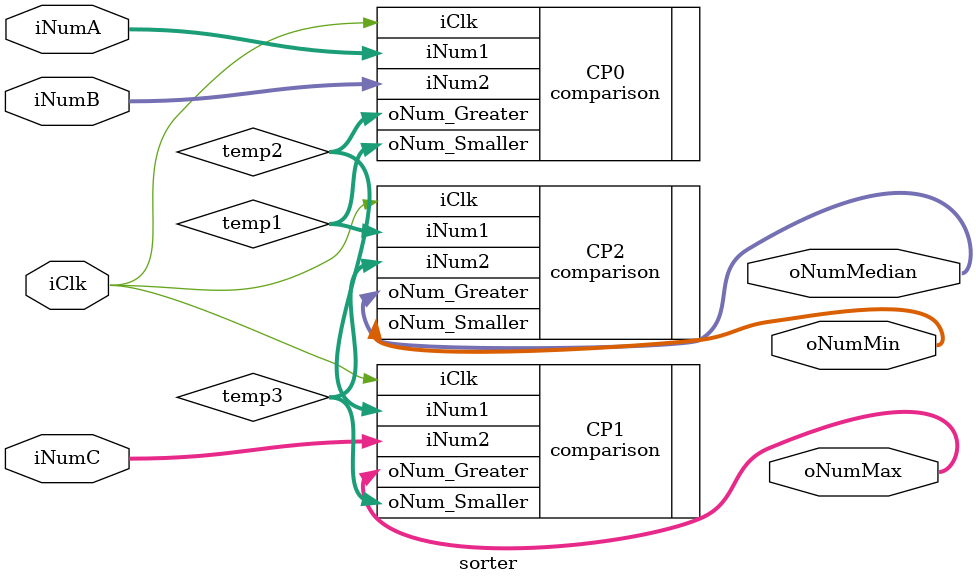
<source format=v>
module sorter (

	input 	     iClk,
	input  [7:0] iNumA,
	input  [7:0] iNumB,
	input  [7:0] iNumC,

	output [7:0] oNumMin,
	output [7:0] oNumMedian,
	output [7:0] oNumMax
);
	wire [7:0] temp1, temp2, temp3;

	comparison CP0(.iClk(iClk),.iNum1(iNumA), .iNum2(iNumB), .oNum_Smaller(temp1), .oNum_Greater(temp2) );
	comparison CP1(.iClk(iClk),.iNum1(temp2), .iNum2(iNumC), .oNum_Smaller(temp3), .oNum_Greater(oNumMax) );
	comparison CP2(.iClk(iClk),.iNum1(temp1), .iNum2(temp3), .oNum_Smaller(oNumMin), .oNum_Greater(oNumMedian) );


endmodule


</source>
